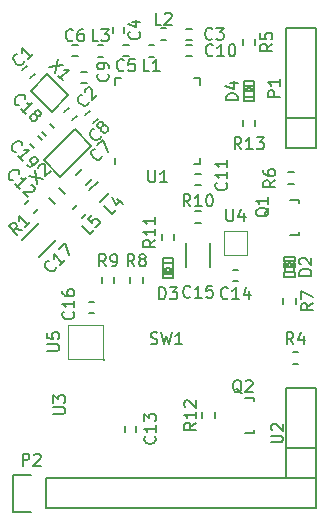
<source format=gbr>
G04 #@! TF.FileFunction,Legend,Top*
%FSLAX46Y46*%
G04 Gerber Fmt 4.6, Leading zero omitted, Abs format (unit mm)*
G04 Created by KiCad (PCBNEW 0.201503090816+5484~22~ubuntu14.04.1-product) date Sat 30 May 2015 20:17:53 BST*
%MOMM*%
G01*
G04 APERTURE LIST*
%ADD10C,0.100000*%
%ADD11C,0.150000*%
%ADD12C,0.050000*%
G04 APERTURE END LIST*
D10*
D11*
X134525099Y-88015652D02*
X134878652Y-87662099D01*
X134206901Y-86990348D02*
X133853348Y-87343901D01*
X137762901Y-90546348D02*
X137409348Y-90899901D01*
X138081099Y-91571652D02*
X138434652Y-91218099D01*
X148205000Y-83853000D02*
X147705000Y-83853000D01*
X147705000Y-84803000D02*
X148205000Y-84803000D01*
X141511000Y-83697000D02*
X141511000Y-84197000D01*
X142461000Y-84197000D02*
X142461000Y-83697000D01*
X142371000Y-86200000D02*
X142871000Y-86200000D01*
X142871000Y-85250000D02*
X142371000Y-85250000D01*
X138053000Y-86200000D02*
X138553000Y-86200000D01*
X138553000Y-85250000D02*
X138053000Y-85250000D01*
X139859099Y-91825652D02*
X140212652Y-91472099D01*
X139540901Y-90800348D02*
X139187348Y-91153901D01*
X138815000Y-88486000D02*
X139315000Y-88486000D01*
X139315000Y-87536000D02*
X138815000Y-87536000D01*
X147705000Y-86200000D02*
X148205000Y-86200000D01*
X148205000Y-85250000D02*
X147705000Y-85250000D01*
X148967000Y-96172000D02*
X148467000Y-96172000D01*
X148467000Y-97122000D02*
X148967000Y-97122000D01*
X143477000Y-117979000D02*
X143477000Y-117479000D01*
X142527000Y-117479000D02*
X142527000Y-117979000D01*
X152142000Y-104300000D02*
X151642000Y-104300000D01*
X151642000Y-105250000D02*
X152142000Y-105250000D01*
X147692000Y-101997000D02*
X147692000Y-103997000D01*
X149742000Y-103997000D02*
X149742000Y-101997000D01*
X139950000Y-106967000D02*
X139450000Y-106967000D01*
X139450000Y-107917000D02*
X139950000Y-107917000D01*
X136529652Y-92296901D02*
X136176099Y-91943348D01*
X135504348Y-92615099D02*
X135857901Y-92968652D01*
X135513652Y-93312901D02*
X135160099Y-92959348D01*
X134488348Y-93631099D02*
X134841901Y-93984652D01*
X156014420Y-103563420D02*
X156913580Y-103563420D01*
X156913580Y-103563420D02*
X156913580Y-103164640D01*
X156014420Y-103164640D02*
X156913580Y-103164640D01*
X156014420Y-103563420D02*
X156014420Y-103164640D01*
X156014420Y-104861360D02*
X156913580Y-104861360D01*
X156913580Y-104861360D02*
X156913580Y-104462580D01*
X156014420Y-104462580D02*
X156913580Y-104462580D01*
X156014420Y-104861360D02*
X156014420Y-104462580D01*
X156014420Y-104013000D02*
X156164280Y-104013000D01*
X156164280Y-104013000D02*
X156164280Y-103713280D01*
X156014420Y-103713280D02*
X156164280Y-103713280D01*
X156014420Y-104013000D02*
X156014420Y-103713280D01*
X156763720Y-104013000D02*
X156913580Y-104013000D01*
X156913580Y-104013000D02*
X156913580Y-103713280D01*
X156763720Y-103713280D02*
X156913580Y-103713280D01*
X156763720Y-104013000D02*
X156763720Y-103713280D01*
X156314140Y-104013000D02*
X156613860Y-104013000D01*
X156613860Y-104013000D02*
X156613860Y-103713280D01*
X156314140Y-103713280D02*
X156613860Y-103713280D01*
X156314140Y-104013000D02*
X156314140Y-103713280D01*
X156065220Y-103563420D02*
X156065220Y-104462580D01*
X156862780Y-103563420D02*
X156862780Y-104462580D01*
X146626580Y-104589580D02*
X145727420Y-104589580D01*
X145727420Y-104589580D02*
X145727420Y-104988360D01*
X146626580Y-104988360D02*
X145727420Y-104988360D01*
X146626580Y-104589580D02*
X146626580Y-104988360D01*
X146626580Y-103291640D02*
X145727420Y-103291640D01*
X145727420Y-103291640D02*
X145727420Y-103690420D01*
X146626580Y-103690420D02*
X145727420Y-103690420D01*
X146626580Y-103291640D02*
X146626580Y-103690420D01*
X146626580Y-104140000D02*
X146476720Y-104140000D01*
X146476720Y-104140000D02*
X146476720Y-104439720D01*
X146626580Y-104439720D02*
X146476720Y-104439720D01*
X146626580Y-104140000D02*
X146626580Y-104439720D01*
X145877280Y-104140000D02*
X145727420Y-104140000D01*
X145727420Y-104140000D02*
X145727420Y-104439720D01*
X145877280Y-104439720D02*
X145727420Y-104439720D01*
X145877280Y-104140000D02*
X145877280Y-104439720D01*
X146326860Y-104140000D02*
X146027140Y-104140000D01*
X146027140Y-104140000D02*
X146027140Y-104439720D01*
X146326860Y-104439720D02*
X146027140Y-104439720D01*
X146326860Y-104140000D02*
X146326860Y-104439720D01*
X146575780Y-104589580D02*
X146575780Y-103690420D01*
X145778220Y-104589580D02*
X145778220Y-103690420D01*
X152585420Y-88704420D02*
X153484580Y-88704420D01*
X153484580Y-88704420D02*
X153484580Y-88305640D01*
X152585420Y-88305640D02*
X153484580Y-88305640D01*
X152585420Y-88704420D02*
X152585420Y-88305640D01*
X152585420Y-90002360D02*
X153484580Y-90002360D01*
X153484580Y-90002360D02*
X153484580Y-89603580D01*
X152585420Y-89603580D02*
X153484580Y-89603580D01*
X152585420Y-90002360D02*
X152585420Y-89603580D01*
X152585420Y-89154000D02*
X152735280Y-89154000D01*
X152735280Y-89154000D02*
X152735280Y-88854280D01*
X152585420Y-88854280D02*
X152735280Y-88854280D01*
X152585420Y-89154000D02*
X152585420Y-88854280D01*
X153334720Y-89154000D02*
X153484580Y-89154000D01*
X153484580Y-89154000D02*
X153484580Y-88854280D01*
X153334720Y-88854280D02*
X153484580Y-88854280D01*
X153334720Y-89154000D02*
X153334720Y-88854280D01*
X152885140Y-89154000D02*
X153184860Y-89154000D01*
X153184860Y-89154000D02*
X153184860Y-88854280D01*
X152885140Y-88854280D02*
X153184860Y-88854280D01*
X152885140Y-89154000D02*
X152885140Y-88854280D01*
X152636220Y-88704420D02*
X152636220Y-89603580D01*
X153433780Y-88704420D02*
X153433780Y-89603580D01*
X158750000Y-91440000D02*
X158750000Y-83820000D01*
X156210000Y-91440000D02*
X156210000Y-83820000D01*
X156210000Y-93980000D02*
X156210000Y-91440000D01*
X158750000Y-83820000D02*
X156210000Y-83820000D01*
X156210000Y-91440000D02*
X158750000Y-91440000D01*
X156210000Y-93980000D02*
X158750000Y-93980000D01*
X158750000Y-93980000D02*
X158750000Y-91440000D01*
X134814454Y-99481008D02*
X135168008Y-99127454D01*
X134425546Y-98384992D02*
X134071992Y-98738546D01*
X156722000Y-112285000D02*
X157222000Y-112285000D01*
X157222000Y-111235000D02*
X156722000Y-111235000D01*
X153560000Y-85213000D02*
X153560000Y-84713000D01*
X152510000Y-84713000D02*
X152510000Y-85213000D01*
X156841000Y-95995000D02*
X156341000Y-95995000D01*
X156341000Y-97045000D02*
X156841000Y-97045000D01*
X155939000Y-106684000D02*
X155939000Y-107184000D01*
X156989000Y-107184000D02*
X156989000Y-106684000D01*
X142985000Y-104906000D02*
X142985000Y-105406000D01*
X144035000Y-105406000D02*
X144035000Y-104906000D01*
X140572000Y-104906000D02*
X140572000Y-105406000D01*
X141622000Y-105406000D02*
X141622000Y-104906000D01*
X148967000Y-99297000D02*
X148467000Y-99297000D01*
X148467000Y-100347000D02*
X148967000Y-100347000D01*
X146702000Y-101723000D02*
X146702000Y-101223000D01*
X145652000Y-101223000D02*
X145652000Y-101723000D01*
X150131000Y-116836000D02*
X150131000Y-116336000D01*
X149081000Y-116336000D02*
X149081000Y-116836000D01*
X152510000Y-91571000D02*
X152510000Y-92071000D01*
X153560000Y-92071000D02*
X153560000Y-91571000D01*
X141663000Y-88069000D02*
X142188000Y-88069000D01*
X148913000Y-95319000D02*
X148388000Y-95319000D01*
X148913000Y-88069000D02*
X148388000Y-88069000D01*
X141663000Y-95319000D02*
X141663000Y-94794000D01*
X148913000Y-95319000D02*
X148913000Y-94794000D01*
X148913000Y-88069000D02*
X148913000Y-88594000D01*
X141663000Y-88069000D02*
X141663000Y-88594000D01*
X158750000Y-119380000D02*
X158750000Y-114300000D01*
X158750000Y-114300000D02*
X156210000Y-114300000D01*
X156210000Y-114300000D02*
X156210000Y-119380000D01*
X156210000Y-121920000D02*
X156210000Y-119380000D01*
X156210000Y-119380000D02*
X158750000Y-119380000D01*
X156210000Y-121920000D02*
X158750000Y-121920000D01*
X158750000Y-121920000D02*
X158750000Y-119380000D01*
D12*
X153042000Y-100881000D02*
G75*
G03X153042000Y-100881000I-50000J0D01*
G01*
X152892000Y-100981000D02*
X152892000Y-102981000D01*
X152892000Y-102981000D02*
X150892000Y-102981000D01*
X150892000Y-102981000D02*
X150892000Y-100981000D01*
X150892000Y-100981000D02*
X152892000Y-100981000D01*
X140812711Y-111913000D02*
G75*
G03X140812711Y-111913000I-70711J0D01*
G01*
X137742000Y-111813000D02*
X137742000Y-108913000D01*
X137742000Y-108913000D02*
X140642000Y-108913000D01*
X140642000Y-108913000D02*
X140642000Y-111813000D01*
X140642000Y-111813000D02*
X137742000Y-111813000D01*
D11*
X134553010Y-89104223D02*
X136320777Y-90871990D01*
X136320777Y-90871990D02*
X137734990Y-89457777D01*
X137734990Y-89457777D02*
X135967223Y-87690010D01*
X135967223Y-87690010D02*
X134553010Y-89104223D01*
X139683254Y-93759959D02*
X137066959Y-96376254D01*
X137066959Y-96376254D02*
X135652746Y-94962041D01*
X135652746Y-94962041D02*
X138269041Y-92345746D01*
X138269041Y-92345746D02*
X139683254Y-93759959D01*
X135272678Y-103158891D02*
X136686891Y-101744678D01*
X135237322Y-100295109D02*
X133823109Y-101709322D01*
X157241240Y-101121160D02*
X157241240Y-101072900D01*
X156540200Y-98322180D02*
X157241240Y-98322180D01*
X157241240Y-98322180D02*
X157241240Y-98571100D01*
X157241240Y-101121160D02*
X157241240Y-101321820D01*
X157241240Y-101321820D02*
X156540200Y-101321820D01*
X153431240Y-117885160D02*
X153431240Y-117836900D01*
X152730200Y-115086180D02*
X153431240Y-115086180D01*
X153431240Y-115086180D02*
X153431240Y-115335100D01*
X153431240Y-117885160D02*
X153431240Y-118085820D01*
X153431240Y-118085820D02*
X152730200Y-118085820D01*
X139736751Y-96569777D02*
X139241777Y-97064751D01*
X138393249Y-96216223D02*
X138888223Y-95721249D01*
X136602223Y-98715751D02*
X136107249Y-98220777D01*
X136955777Y-97372249D02*
X137450751Y-97867223D01*
X145030000Y-85200000D02*
X144530000Y-85200000D01*
X144530000Y-86250000D02*
X145030000Y-86250000D01*
X146046000Y-83803000D02*
X145546000Y-83803000D01*
X145546000Y-84853000D02*
X146046000Y-84853000D01*
X140212000Y-86250000D02*
X140712000Y-86250000D01*
X140712000Y-85200000D02*
X140212000Y-85200000D01*
X139504150Y-97539256D02*
X140211256Y-96832150D01*
X141165850Y-97786744D02*
X140458744Y-98493850D01*
X138878454Y-99862008D02*
X139232008Y-99508454D01*
X138489546Y-98765992D02*
X138135992Y-99119546D01*
X135890000Y-121920000D02*
X158750000Y-121920000D01*
X158750000Y-121920000D02*
X158750000Y-124460000D01*
X158750000Y-124460000D02*
X135890000Y-124460000D01*
X133070000Y-121640000D02*
X134620000Y-121640000D01*
X135890000Y-121920000D02*
X135890000Y-124460000D01*
X134620000Y-124740000D02*
X133070000Y-124740000D01*
X133070000Y-124740000D02*
X133070000Y-121640000D01*
X133992688Y-86603389D02*
X133992688Y-86670732D01*
X133925344Y-86805419D01*
X133858001Y-86872763D01*
X133723313Y-86940107D01*
X133588626Y-86940107D01*
X133487611Y-86906435D01*
X133319253Y-86805420D01*
X133218237Y-86704404D01*
X133117222Y-86536045D01*
X133083550Y-86435030D01*
X133083550Y-86300343D01*
X133150894Y-86165656D01*
X133218237Y-86098312D01*
X133352924Y-86030969D01*
X133420268Y-86030969D01*
X134733466Y-85997297D02*
X134329405Y-86401359D01*
X134531435Y-86199328D02*
X133824328Y-85492222D01*
X133858000Y-85660580D01*
X133858000Y-85795267D01*
X133824328Y-85896282D01*
X139453688Y-90032389D02*
X139453688Y-90099732D01*
X139386344Y-90234419D01*
X139319001Y-90301763D01*
X139184313Y-90369107D01*
X139049626Y-90369107D01*
X138948611Y-90335435D01*
X138780253Y-90234420D01*
X138679237Y-90133404D01*
X138578222Y-89965045D01*
X138544550Y-89864030D01*
X138544550Y-89729343D01*
X138611894Y-89594656D01*
X138679237Y-89527312D01*
X138813924Y-89459969D01*
X138881268Y-89459969D01*
X139150641Y-89190595D02*
X139150641Y-89123252D01*
X139184313Y-89022237D01*
X139352672Y-88853877D01*
X139453688Y-88820206D01*
X139521031Y-88820206D01*
X139622046Y-88853877D01*
X139689390Y-88921221D01*
X139756733Y-89055908D01*
X139756733Y-89864030D01*
X140194466Y-89426297D01*
X149947334Y-84685143D02*
X149899715Y-84732762D01*
X149756858Y-84780381D01*
X149661620Y-84780381D01*
X149518762Y-84732762D01*
X149423524Y-84637524D01*
X149375905Y-84542286D01*
X149328286Y-84351810D01*
X149328286Y-84208952D01*
X149375905Y-84018476D01*
X149423524Y-83923238D01*
X149518762Y-83828000D01*
X149661620Y-83780381D01*
X149756858Y-83780381D01*
X149899715Y-83828000D01*
X149947334Y-83875619D01*
X150280667Y-83780381D02*
X150899715Y-83780381D01*
X150566381Y-84161333D01*
X150709239Y-84161333D01*
X150804477Y-84208952D01*
X150852096Y-84256571D01*
X150899715Y-84351810D01*
X150899715Y-84589905D01*
X150852096Y-84685143D01*
X150804477Y-84732762D01*
X150709239Y-84780381D01*
X150423524Y-84780381D01*
X150328286Y-84732762D01*
X150280667Y-84685143D01*
X143740143Y-84113666D02*
X143787762Y-84161285D01*
X143835381Y-84304142D01*
X143835381Y-84399380D01*
X143787762Y-84542238D01*
X143692524Y-84637476D01*
X143597286Y-84685095D01*
X143406810Y-84732714D01*
X143263952Y-84732714D01*
X143073476Y-84685095D01*
X142978238Y-84637476D01*
X142883000Y-84542238D01*
X142835381Y-84399380D01*
X142835381Y-84304142D01*
X142883000Y-84161285D01*
X142930619Y-84113666D01*
X143168714Y-83256523D02*
X143835381Y-83256523D01*
X142787762Y-83494619D02*
X143502048Y-83732714D01*
X143502048Y-83113666D01*
X142454334Y-87352143D02*
X142406715Y-87399762D01*
X142263858Y-87447381D01*
X142168620Y-87447381D01*
X142025762Y-87399762D01*
X141930524Y-87304524D01*
X141882905Y-87209286D01*
X141835286Y-87018810D01*
X141835286Y-86875952D01*
X141882905Y-86685476D01*
X141930524Y-86590238D01*
X142025762Y-86495000D01*
X142168620Y-86447381D01*
X142263858Y-86447381D01*
X142406715Y-86495000D01*
X142454334Y-86542619D01*
X143359096Y-86447381D02*
X142882905Y-86447381D01*
X142835286Y-86923571D01*
X142882905Y-86875952D01*
X142978143Y-86828333D01*
X143216239Y-86828333D01*
X143311477Y-86875952D01*
X143359096Y-86923571D01*
X143406715Y-87018810D01*
X143406715Y-87256905D01*
X143359096Y-87352143D01*
X143311477Y-87399762D01*
X143216239Y-87447381D01*
X142978143Y-87447381D01*
X142882905Y-87399762D01*
X142835286Y-87352143D01*
X138136334Y-84812143D02*
X138088715Y-84859762D01*
X137945858Y-84907381D01*
X137850620Y-84907381D01*
X137707762Y-84859762D01*
X137612524Y-84764524D01*
X137564905Y-84669286D01*
X137517286Y-84478810D01*
X137517286Y-84335952D01*
X137564905Y-84145476D01*
X137612524Y-84050238D01*
X137707762Y-83955000D01*
X137850620Y-83907381D01*
X137945858Y-83907381D01*
X138088715Y-83955000D01*
X138136334Y-84002619D01*
X138993477Y-83907381D02*
X138803000Y-83907381D01*
X138707762Y-83955000D01*
X138660143Y-84002619D01*
X138564905Y-84145476D01*
X138517286Y-84335952D01*
X138517286Y-84716905D01*
X138564905Y-84812143D01*
X138612524Y-84859762D01*
X138707762Y-84907381D01*
X138898239Y-84907381D01*
X138993477Y-84859762D01*
X139041096Y-84812143D01*
X139088715Y-84716905D01*
X139088715Y-84478810D01*
X139041096Y-84383571D01*
X138993477Y-84335952D01*
X138898239Y-84288333D01*
X138707762Y-84288333D01*
X138612524Y-84335952D01*
X138564905Y-84383571D01*
X138517286Y-84478810D01*
X140469688Y-92953389D02*
X140469688Y-93020732D01*
X140402344Y-93155419D01*
X140335001Y-93222763D01*
X140200313Y-93290107D01*
X140065626Y-93290107D01*
X139964611Y-93256435D01*
X139796253Y-93155420D01*
X139695237Y-93054404D01*
X139594222Y-92886045D01*
X139560550Y-92785030D01*
X139560550Y-92650343D01*
X139627894Y-92515656D01*
X139695237Y-92448312D01*
X139829924Y-92380969D01*
X139897268Y-92380969D01*
X140537030Y-92212610D02*
X140436015Y-92246282D01*
X140368672Y-92246282D01*
X140267657Y-92212610D01*
X140233985Y-92178939D01*
X140200313Y-92077924D01*
X140200313Y-92010580D01*
X140233985Y-91909565D01*
X140368672Y-91774877D01*
X140469688Y-91741206D01*
X140537031Y-91741206D01*
X140638046Y-91774877D01*
X140671718Y-91808549D01*
X140705390Y-91909564D01*
X140705390Y-91976908D01*
X140671718Y-92077923D01*
X140537030Y-92212610D01*
X140503359Y-92313626D01*
X140503359Y-92380969D01*
X140537031Y-92481985D01*
X140671718Y-92616672D01*
X140772733Y-92650343D01*
X140840076Y-92650343D01*
X140941092Y-92616672D01*
X141075779Y-92481984D01*
X141109451Y-92380969D01*
X141109451Y-92313626D01*
X141075779Y-92212610D01*
X140941092Y-92077924D01*
X140840076Y-92044251D01*
X140772733Y-92044251D01*
X140671718Y-92077923D01*
X141073143Y-87669666D02*
X141120762Y-87717285D01*
X141168381Y-87860142D01*
X141168381Y-87955380D01*
X141120762Y-88098238D01*
X141025524Y-88193476D01*
X140930286Y-88241095D01*
X140739810Y-88288714D01*
X140596952Y-88288714D01*
X140406476Y-88241095D01*
X140311238Y-88193476D01*
X140216000Y-88098238D01*
X140168381Y-87955380D01*
X140168381Y-87860142D01*
X140216000Y-87717285D01*
X140263619Y-87669666D01*
X141168381Y-87193476D02*
X141168381Y-87003000D01*
X141120762Y-86907761D01*
X141073143Y-86860142D01*
X140930286Y-86764904D01*
X140739810Y-86717285D01*
X140358857Y-86717285D01*
X140263619Y-86764904D01*
X140216000Y-86812523D01*
X140168381Y-86907761D01*
X140168381Y-87098238D01*
X140216000Y-87193476D01*
X140263619Y-87241095D01*
X140358857Y-87288714D01*
X140596952Y-87288714D01*
X140692190Y-87241095D01*
X140739810Y-87193476D01*
X140787429Y-87098238D01*
X140787429Y-86907761D01*
X140739810Y-86812523D01*
X140692190Y-86764904D01*
X140596952Y-86717285D01*
X149979143Y-86082143D02*
X149931524Y-86129762D01*
X149788667Y-86177381D01*
X149693429Y-86177381D01*
X149550571Y-86129762D01*
X149455333Y-86034524D01*
X149407714Y-85939286D01*
X149360095Y-85748810D01*
X149360095Y-85605952D01*
X149407714Y-85415476D01*
X149455333Y-85320238D01*
X149550571Y-85225000D01*
X149693429Y-85177381D01*
X149788667Y-85177381D01*
X149931524Y-85225000D01*
X149979143Y-85272619D01*
X150931524Y-86177381D02*
X150360095Y-86177381D01*
X150645809Y-86177381D02*
X150645809Y-85177381D01*
X150550571Y-85320238D01*
X150455333Y-85415476D01*
X150360095Y-85463095D01*
X151550571Y-85177381D02*
X151645810Y-85177381D01*
X151741048Y-85225000D01*
X151788667Y-85272619D01*
X151836286Y-85367857D01*
X151883905Y-85558333D01*
X151883905Y-85796429D01*
X151836286Y-85986905D01*
X151788667Y-86082143D01*
X151741048Y-86129762D01*
X151645810Y-86177381D01*
X151550571Y-86177381D01*
X151455333Y-86129762D01*
X151407714Y-86082143D01*
X151360095Y-85986905D01*
X151312476Y-85796429D01*
X151312476Y-85558333D01*
X151360095Y-85367857D01*
X151407714Y-85272619D01*
X151455333Y-85225000D01*
X151550571Y-85177381D01*
X151106143Y-96908857D02*
X151153762Y-96956476D01*
X151201381Y-97099333D01*
X151201381Y-97194571D01*
X151153762Y-97337429D01*
X151058524Y-97432667D01*
X150963286Y-97480286D01*
X150772810Y-97527905D01*
X150629952Y-97527905D01*
X150439476Y-97480286D01*
X150344238Y-97432667D01*
X150249000Y-97337429D01*
X150201381Y-97194571D01*
X150201381Y-97099333D01*
X150249000Y-96956476D01*
X150296619Y-96908857D01*
X151201381Y-95956476D02*
X151201381Y-96527905D01*
X151201381Y-96242191D02*
X150201381Y-96242191D01*
X150344238Y-96337429D01*
X150439476Y-96432667D01*
X150487095Y-96527905D01*
X151201381Y-95004095D02*
X151201381Y-95575524D01*
X151201381Y-95289810D02*
X150201381Y-95289810D01*
X150344238Y-95385048D01*
X150439476Y-95480286D01*
X150487095Y-95575524D01*
X145059143Y-118371857D02*
X145106762Y-118419476D01*
X145154381Y-118562333D01*
X145154381Y-118657571D01*
X145106762Y-118800429D01*
X145011524Y-118895667D01*
X144916286Y-118943286D01*
X144725810Y-118990905D01*
X144582952Y-118990905D01*
X144392476Y-118943286D01*
X144297238Y-118895667D01*
X144202000Y-118800429D01*
X144154381Y-118657571D01*
X144154381Y-118562333D01*
X144202000Y-118419476D01*
X144249619Y-118371857D01*
X145154381Y-117419476D02*
X145154381Y-117990905D01*
X145154381Y-117705191D02*
X144154381Y-117705191D01*
X144297238Y-117800429D01*
X144392476Y-117895667D01*
X144440095Y-117990905D01*
X144154381Y-117086143D02*
X144154381Y-116467095D01*
X144535333Y-116800429D01*
X144535333Y-116657571D01*
X144582952Y-116562333D01*
X144630571Y-116514714D01*
X144725810Y-116467095D01*
X144963905Y-116467095D01*
X145059143Y-116514714D01*
X145106762Y-116562333D01*
X145154381Y-116657571D01*
X145154381Y-116943286D01*
X145106762Y-117038524D01*
X145059143Y-117086143D01*
X151249143Y-106656143D02*
X151201524Y-106703762D01*
X151058667Y-106751381D01*
X150963429Y-106751381D01*
X150820571Y-106703762D01*
X150725333Y-106608524D01*
X150677714Y-106513286D01*
X150630095Y-106322810D01*
X150630095Y-106179952D01*
X150677714Y-105989476D01*
X150725333Y-105894238D01*
X150820571Y-105799000D01*
X150963429Y-105751381D01*
X151058667Y-105751381D01*
X151201524Y-105799000D01*
X151249143Y-105846619D01*
X152201524Y-106751381D02*
X151630095Y-106751381D01*
X151915809Y-106751381D02*
X151915809Y-105751381D01*
X151820571Y-105894238D01*
X151725333Y-105989476D01*
X151630095Y-106037095D01*
X153058667Y-106084714D02*
X153058667Y-106751381D01*
X152820571Y-105703762D02*
X152582476Y-106418048D01*
X153201524Y-106418048D01*
X148074143Y-106529143D02*
X148026524Y-106576762D01*
X147883667Y-106624381D01*
X147788429Y-106624381D01*
X147645571Y-106576762D01*
X147550333Y-106481524D01*
X147502714Y-106386286D01*
X147455095Y-106195810D01*
X147455095Y-106052952D01*
X147502714Y-105862476D01*
X147550333Y-105767238D01*
X147645571Y-105672000D01*
X147788429Y-105624381D01*
X147883667Y-105624381D01*
X148026524Y-105672000D01*
X148074143Y-105719619D01*
X149026524Y-106624381D02*
X148455095Y-106624381D01*
X148740809Y-106624381D02*
X148740809Y-105624381D01*
X148645571Y-105767238D01*
X148550333Y-105862476D01*
X148455095Y-105910095D01*
X149931286Y-105624381D02*
X149455095Y-105624381D01*
X149407476Y-106100571D01*
X149455095Y-106052952D01*
X149550333Y-106005333D01*
X149788429Y-106005333D01*
X149883667Y-106052952D01*
X149931286Y-106100571D01*
X149978905Y-106195810D01*
X149978905Y-106433905D01*
X149931286Y-106529143D01*
X149883667Y-106576762D01*
X149788429Y-106624381D01*
X149550333Y-106624381D01*
X149455095Y-106576762D01*
X149407476Y-106529143D01*
X138152143Y-107830857D02*
X138199762Y-107878476D01*
X138247381Y-108021333D01*
X138247381Y-108116571D01*
X138199762Y-108259429D01*
X138104524Y-108354667D01*
X138009286Y-108402286D01*
X137818810Y-108449905D01*
X137675952Y-108449905D01*
X137485476Y-108402286D01*
X137390238Y-108354667D01*
X137295000Y-108259429D01*
X137247381Y-108116571D01*
X137247381Y-108021333D01*
X137295000Y-107878476D01*
X137342619Y-107830857D01*
X138247381Y-106878476D02*
X138247381Y-107449905D01*
X138247381Y-107164191D02*
X137247381Y-107164191D01*
X137390238Y-107259429D01*
X137485476Y-107354667D01*
X137533095Y-107449905D01*
X137247381Y-106021333D02*
X137247381Y-106211810D01*
X137295000Y-106307048D01*
X137342619Y-106354667D01*
X137485476Y-106449905D01*
X137675952Y-106497524D01*
X138056905Y-106497524D01*
X138152143Y-106449905D01*
X138199762Y-106402286D01*
X138247381Y-106307048D01*
X138247381Y-106116571D01*
X138199762Y-106021333D01*
X138152143Y-105973714D01*
X138056905Y-105926095D01*
X137818810Y-105926095D01*
X137723571Y-105973714D01*
X137675952Y-106021333D01*
X137628333Y-106116571D01*
X137628333Y-106307048D01*
X137675952Y-106402286D01*
X137723571Y-106449905D01*
X137818810Y-106497524D01*
X133531894Y-90348970D02*
X133464551Y-90348970D01*
X133329864Y-90281626D01*
X133262520Y-90214283D01*
X133195176Y-90079595D01*
X133195176Y-89944908D01*
X133228848Y-89843893D01*
X133329863Y-89675535D01*
X133430879Y-89574519D01*
X133599238Y-89473504D01*
X133700253Y-89439832D01*
X133834940Y-89439832D01*
X133969627Y-89507176D01*
X134036971Y-89574519D01*
X134104314Y-89709206D01*
X134104314Y-89776550D01*
X134137986Y-91089748D02*
X133733925Y-90685687D01*
X133935955Y-90887717D02*
X134643062Y-90180610D01*
X134474703Y-90214282D01*
X134340016Y-90214282D01*
X134239001Y-90180610D01*
X134946108Y-91089747D02*
X134912436Y-90988732D01*
X134912436Y-90921389D01*
X134946108Y-90820374D01*
X134979779Y-90786702D01*
X135080795Y-90753030D01*
X135148138Y-90753030D01*
X135249153Y-90786702D01*
X135383841Y-90921390D01*
X135417513Y-91022405D01*
X135417513Y-91089748D01*
X135383841Y-91190763D01*
X135350169Y-91224435D01*
X135249154Y-91258107D01*
X135181811Y-91258107D01*
X135080795Y-91224435D01*
X134946108Y-91089747D01*
X134845093Y-91056076D01*
X134777749Y-91056076D01*
X134676733Y-91089748D01*
X134542046Y-91224435D01*
X134508375Y-91325450D01*
X134508375Y-91392794D01*
X134542046Y-91493809D01*
X134676734Y-91628496D01*
X134777749Y-91662168D01*
X134845093Y-91662168D01*
X134946108Y-91628496D01*
X135080795Y-91493810D01*
X135114467Y-91392794D01*
X135114467Y-91325450D01*
X135080795Y-91224435D01*
X133277893Y-94285970D02*
X133210550Y-94285970D01*
X133075863Y-94218626D01*
X133008519Y-94151283D01*
X132941175Y-94016595D01*
X132941175Y-93881908D01*
X132974847Y-93780893D01*
X133075862Y-93612535D01*
X133176878Y-93511519D01*
X133345237Y-93410504D01*
X133446252Y-93376832D01*
X133580939Y-93376832D01*
X133715626Y-93444176D01*
X133782970Y-93511519D01*
X133850313Y-93646206D01*
X133850313Y-93713550D01*
X133883985Y-95026748D02*
X133479924Y-94622687D01*
X133681954Y-94824717D02*
X134389061Y-94117610D01*
X134220702Y-94151282D01*
X134086015Y-94151282D01*
X133985000Y-94117610D01*
X134220702Y-95363465D02*
X134355389Y-95498152D01*
X134456405Y-95531825D01*
X134523748Y-95531825D01*
X134692107Y-95498153D01*
X134860465Y-95397138D01*
X135129840Y-95127763D01*
X135163512Y-95026748D01*
X135163512Y-94959405D01*
X135129840Y-94858390D01*
X134995152Y-94723702D01*
X134894137Y-94690030D01*
X134826794Y-94690030D01*
X134725778Y-94723702D01*
X134557420Y-94892061D01*
X134523748Y-94993076D01*
X134523747Y-95060420D01*
X134557419Y-95161435D01*
X134692107Y-95296123D01*
X134793122Y-95329794D01*
X134860466Y-95329794D01*
X134961481Y-95296122D01*
X158313381Y-104751095D02*
X157313381Y-104751095D01*
X157313381Y-104513000D01*
X157361000Y-104370142D01*
X157456238Y-104274904D01*
X157551476Y-104227285D01*
X157741952Y-104179666D01*
X157884810Y-104179666D01*
X158075286Y-104227285D01*
X158170524Y-104274904D01*
X158265762Y-104370142D01*
X158313381Y-104513000D01*
X158313381Y-104751095D01*
X157408619Y-103798714D02*
X157361000Y-103751095D01*
X157313381Y-103655857D01*
X157313381Y-103417761D01*
X157361000Y-103322523D01*
X157408619Y-103274904D01*
X157503857Y-103227285D01*
X157599095Y-103227285D01*
X157741952Y-103274904D01*
X158313381Y-103846333D01*
X158313381Y-103227285D01*
X145438905Y-106751381D02*
X145438905Y-105751381D01*
X145677000Y-105751381D01*
X145819858Y-105799000D01*
X145915096Y-105894238D01*
X145962715Y-105989476D01*
X146010334Y-106179952D01*
X146010334Y-106322810D01*
X145962715Y-106513286D01*
X145915096Y-106608524D01*
X145819858Y-106703762D01*
X145677000Y-106751381D01*
X145438905Y-106751381D01*
X146343667Y-105751381D02*
X146962715Y-105751381D01*
X146629381Y-106132333D01*
X146772239Y-106132333D01*
X146867477Y-106179952D01*
X146915096Y-106227571D01*
X146962715Y-106322810D01*
X146962715Y-106560905D01*
X146915096Y-106656143D01*
X146867477Y-106703762D01*
X146772239Y-106751381D01*
X146486524Y-106751381D01*
X146391286Y-106703762D01*
X146343667Y-106656143D01*
X152090381Y-89892095D02*
X151090381Y-89892095D01*
X151090381Y-89654000D01*
X151138000Y-89511142D01*
X151233238Y-89415904D01*
X151328476Y-89368285D01*
X151518952Y-89320666D01*
X151661810Y-89320666D01*
X151852286Y-89368285D01*
X151947524Y-89415904D01*
X152042762Y-89511142D01*
X152090381Y-89654000D01*
X152090381Y-89892095D01*
X151423714Y-88463523D02*
X152090381Y-88463523D01*
X151042762Y-88701619D02*
X151757048Y-88939714D01*
X151757048Y-88320666D01*
X155646381Y-89638095D02*
X154646381Y-89638095D01*
X154646381Y-89257142D01*
X154694000Y-89161904D01*
X154741619Y-89114285D01*
X154836857Y-89066666D01*
X154979714Y-89066666D01*
X155074952Y-89114285D01*
X155122571Y-89161904D01*
X155170190Y-89257142D01*
X155170190Y-89638095D01*
X155646381Y-88114285D02*
X155646381Y-88685714D01*
X155646381Y-88400000D02*
X154646381Y-88400000D01*
X154789238Y-88495238D01*
X154884476Y-88590476D01*
X154932095Y-88685714D01*
X133806031Y-100894732D02*
X133233610Y-100793717D01*
X133401970Y-101298794D02*
X132694863Y-100591687D01*
X132964237Y-100322312D01*
X133065253Y-100288641D01*
X133132596Y-100288641D01*
X133233611Y-100322312D01*
X133334626Y-100423328D01*
X133368298Y-100524343D01*
X133368298Y-100591686D01*
X133334626Y-100692701D01*
X133065252Y-100962076D01*
X134479466Y-100221297D02*
X134075405Y-100625359D01*
X134277435Y-100423328D02*
X133570328Y-99716222D01*
X133604000Y-99884580D01*
X133604000Y-100019267D01*
X133570328Y-100120282D01*
X156805334Y-110561381D02*
X156472000Y-110085190D01*
X156233905Y-110561381D02*
X156233905Y-109561381D01*
X156614858Y-109561381D01*
X156710096Y-109609000D01*
X156757715Y-109656619D01*
X156805334Y-109751857D01*
X156805334Y-109894714D01*
X156757715Y-109989952D01*
X156710096Y-110037571D01*
X156614858Y-110085190D01*
X156233905Y-110085190D01*
X157662477Y-109894714D02*
X157662477Y-110561381D01*
X157424381Y-109513762D02*
X157186286Y-110228048D01*
X157805334Y-110228048D01*
X155011381Y-85129666D02*
X154535190Y-85463000D01*
X155011381Y-85701095D02*
X154011381Y-85701095D01*
X154011381Y-85320142D01*
X154059000Y-85224904D01*
X154106619Y-85177285D01*
X154201857Y-85129666D01*
X154344714Y-85129666D01*
X154439952Y-85177285D01*
X154487571Y-85224904D01*
X154535190Y-85320142D01*
X154535190Y-85701095D01*
X154011381Y-84224904D02*
X154011381Y-84701095D01*
X154487571Y-84748714D01*
X154439952Y-84701095D01*
X154392333Y-84605857D01*
X154392333Y-84367761D01*
X154439952Y-84272523D01*
X154487571Y-84224904D01*
X154582810Y-84177285D01*
X154820905Y-84177285D01*
X154916143Y-84224904D01*
X154963762Y-84272523D01*
X155011381Y-84367761D01*
X155011381Y-84605857D01*
X154963762Y-84701095D01*
X154916143Y-84748714D01*
X155265381Y-96686666D02*
X154789190Y-97020000D01*
X155265381Y-97258095D02*
X154265381Y-97258095D01*
X154265381Y-96877142D01*
X154313000Y-96781904D01*
X154360619Y-96734285D01*
X154455857Y-96686666D01*
X154598714Y-96686666D01*
X154693952Y-96734285D01*
X154741571Y-96781904D01*
X154789190Y-96877142D01*
X154789190Y-97258095D01*
X154265381Y-95829523D02*
X154265381Y-96020000D01*
X154313000Y-96115238D01*
X154360619Y-96162857D01*
X154503476Y-96258095D01*
X154693952Y-96305714D01*
X155074905Y-96305714D01*
X155170143Y-96258095D01*
X155217762Y-96210476D01*
X155265381Y-96115238D01*
X155265381Y-95924761D01*
X155217762Y-95829523D01*
X155170143Y-95781904D01*
X155074905Y-95734285D01*
X154836810Y-95734285D01*
X154741571Y-95781904D01*
X154693952Y-95829523D01*
X154646333Y-95924761D01*
X154646333Y-96115238D01*
X154693952Y-96210476D01*
X154741571Y-96258095D01*
X154836810Y-96305714D01*
X158440381Y-107100666D02*
X157964190Y-107434000D01*
X158440381Y-107672095D02*
X157440381Y-107672095D01*
X157440381Y-107291142D01*
X157488000Y-107195904D01*
X157535619Y-107148285D01*
X157630857Y-107100666D01*
X157773714Y-107100666D01*
X157868952Y-107148285D01*
X157916571Y-107195904D01*
X157964190Y-107291142D01*
X157964190Y-107672095D01*
X157440381Y-106767333D02*
X157440381Y-106100666D01*
X158440381Y-106529238D01*
X143343334Y-103957381D02*
X143010000Y-103481190D01*
X142771905Y-103957381D02*
X142771905Y-102957381D01*
X143152858Y-102957381D01*
X143248096Y-103005000D01*
X143295715Y-103052619D01*
X143343334Y-103147857D01*
X143343334Y-103290714D01*
X143295715Y-103385952D01*
X143248096Y-103433571D01*
X143152858Y-103481190D01*
X142771905Y-103481190D01*
X143914762Y-103385952D02*
X143819524Y-103338333D01*
X143771905Y-103290714D01*
X143724286Y-103195476D01*
X143724286Y-103147857D01*
X143771905Y-103052619D01*
X143819524Y-103005000D01*
X143914762Y-102957381D01*
X144105239Y-102957381D01*
X144200477Y-103005000D01*
X144248096Y-103052619D01*
X144295715Y-103147857D01*
X144295715Y-103195476D01*
X144248096Y-103290714D01*
X144200477Y-103338333D01*
X144105239Y-103385952D01*
X143914762Y-103385952D01*
X143819524Y-103433571D01*
X143771905Y-103481190D01*
X143724286Y-103576429D01*
X143724286Y-103766905D01*
X143771905Y-103862143D01*
X143819524Y-103909762D01*
X143914762Y-103957381D01*
X144105239Y-103957381D01*
X144200477Y-103909762D01*
X144248096Y-103862143D01*
X144295715Y-103766905D01*
X144295715Y-103576429D01*
X144248096Y-103481190D01*
X144200477Y-103433571D01*
X144105239Y-103385952D01*
X140930334Y-103957381D02*
X140597000Y-103481190D01*
X140358905Y-103957381D02*
X140358905Y-102957381D01*
X140739858Y-102957381D01*
X140835096Y-103005000D01*
X140882715Y-103052619D01*
X140930334Y-103147857D01*
X140930334Y-103290714D01*
X140882715Y-103385952D01*
X140835096Y-103433571D01*
X140739858Y-103481190D01*
X140358905Y-103481190D01*
X141406524Y-103957381D02*
X141597000Y-103957381D01*
X141692239Y-103909762D01*
X141739858Y-103862143D01*
X141835096Y-103719286D01*
X141882715Y-103528810D01*
X141882715Y-103147857D01*
X141835096Y-103052619D01*
X141787477Y-103005000D01*
X141692239Y-102957381D01*
X141501762Y-102957381D01*
X141406524Y-103005000D01*
X141358905Y-103052619D01*
X141311286Y-103147857D01*
X141311286Y-103385952D01*
X141358905Y-103481190D01*
X141406524Y-103528810D01*
X141501762Y-103576429D01*
X141692239Y-103576429D01*
X141787477Y-103528810D01*
X141835096Y-103481190D01*
X141882715Y-103385952D01*
X148074143Y-98877381D02*
X147740809Y-98401190D01*
X147502714Y-98877381D02*
X147502714Y-97877381D01*
X147883667Y-97877381D01*
X147978905Y-97925000D01*
X148026524Y-97972619D01*
X148074143Y-98067857D01*
X148074143Y-98210714D01*
X148026524Y-98305952D01*
X147978905Y-98353571D01*
X147883667Y-98401190D01*
X147502714Y-98401190D01*
X149026524Y-98877381D02*
X148455095Y-98877381D01*
X148740809Y-98877381D02*
X148740809Y-97877381D01*
X148645571Y-98020238D01*
X148550333Y-98115476D01*
X148455095Y-98163095D01*
X149645571Y-97877381D02*
X149740810Y-97877381D01*
X149836048Y-97925000D01*
X149883667Y-97972619D01*
X149931286Y-98067857D01*
X149978905Y-98258333D01*
X149978905Y-98496429D01*
X149931286Y-98686905D01*
X149883667Y-98782143D01*
X149836048Y-98829762D01*
X149740810Y-98877381D01*
X149645571Y-98877381D01*
X149550333Y-98829762D01*
X149502714Y-98782143D01*
X149455095Y-98686905D01*
X149407476Y-98496429D01*
X149407476Y-98258333D01*
X149455095Y-98067857D01*
X149502714Y-97972619D01*
X149550333Y-97925000D01*
X149645571Y-97877381D01*
X145105381Y-101734857D02*
X144629190Y-102068191D01*
X145105381Y-102306286D02*
X144105381Y-102306286D01*
X144105381Y-101925333D01*
X144153000Y-101830095D01*
X144200619Y-101782476D01*
X144295857Y-101734857D01*
X144438714Y-101734857D01*
X144533952Y-101782476D01*
X144581571Y-101830095D01*
X144629190Y-101925333D01*
X144629190Y-102306286D01*
X145105381Y-100782476D02*
X145105381Y-101353905D01*
X145105381Y-101068191D02*
X144105381Y-101068191D01*
X144248238Y-101163429D01*
X144343476Y-101258667D01*
X144391095Y-101353905D01*
X145105381Y-99830095D02*
X145105381Y-100401524D01*
X145105381Y-100115810D02*
X144105381Y-100115810D01*
X144248238Y-100211048D01*
X144343476Y-100306286D01*
X144391095Y-100401524D01*
X148534381Y-117228857D02*
X148058190Y-117562191D01*
X148534381Y-117800286D02*
X147534381Y-117800286D01*
X147534381Y-117419333D01*
X147582000Y-117324095D01*
X147629619Y-117276476D01*
X147724857Y-117228857D01*
X147867714Y-117228857D01*
X147962952Y-117276476D01*
X148010571Y-117324095D01*
X148058190Y-117419333D01*
X148058190Y-117800286D01*
X148534381Y-116276476D02*
X148534381Y-116847905D01*
X148534381Y-116562191D02*
X147534381Y-116562191D01*
X147677238Y-116657429D01*
X147772476Y-116752667D01*
X147820095Y-116847905D01*
X147629619Y-115895524D02*
X147582000Y-115847905D01*
X147534381Y-115752667D01*
X147534381Y-115514571D01*
X147582000Y-115419333D01*
X147629619Y-115371714D01*
X147724857Y-115324095D01*
X147820095Y-115324095D01*
X147962952Y-115371714D01*
X148534381Y-115943143D01*
X148534381Y-115324095D01*
X152392143Y-94051381D02*
X152058809Y-93575190D01*
X151820714Y-94051381D02*
X151820714Y-93051381D01*
X152201667Y-93051381D01*
X152296905Y-93099000D01*
X152344524Y-93146619D01*
X152392143Y-93241857D01*
X152392143Y-93384714D01*
X152344524Y-93479952D01*
X152296905Y-93527571D01*
X152201667Y-93575190D01*
X151820714Y-93575190D01*
X153344524Y-94051381D02*
X152773095Y-94051381D01*
X153058809Y-94051381D02*
X153058809Y-93051381D01*
X152963571Y-93194238D01*
X152868333Y-93289476D01*
X152773095Y-93337095D01*
X153677857Y-93051381D02*
X154296905Y-93051381D01*
X153963571Y-93432333D01*
X154106429Y-93432333D01*
X154201667Y-93479952D01*
X154249286Y-93527571D01*
X154296905Y-93622810D01*
X154296905Y-93860905D01*
X154249286Y-93956143D01*
X154201667Y-94003762D01*
X154106429Y-94051381D01*
X153820714Y-94051381D01*
X153725476Y-94003762D01*
X153677857Y-93956143D01*
X144716667Y-110513762D02*
X144859524Y-110561381D01*
X145097620Y-110561381D01*
X145192858Y-110513762D01*
X145240477Y-110466143D01*
X145288096Y-110370905D01*
X145288096Y-110275667D01*
X145240477Y-110180429D01*
X145192858Y-110132810D01*
X145097620Y-110085190D01*
X144907143Y-110037571D01*
X144811905Y-109989952D01*
X144764286Y-109942333D01*
X144716667Y-109847095D01*
X144716667Y-109751857D01*
X144764286Y-109656619D01*
X144811905Y-109609000D01*
X144907143Y-109561381D01*
X145145239Y-109561381D01*
X145288096Y-109609000D01*
X145621429Y-109561381D02*
X145859524Y-110561381D01*
X146050001Y-109847095D01*
X146240477Y-110561381D01*
X146478572Y-109561381D01*
X147383334Y-110561381D02*
X146811905Y-110561381D01*
X147097619Y-110561381D02*
X147097619Y-109561381D01*
X147002381Y-109704238D01*
X146907143Y-109799476D01*
X146811905Y-109847095D01*
X144526095Y-95845381D02*
X144526095Y-96654905D01*
X144573714Y-96750143D01*
X144621333Y-96797762D01*
X144716571Y-96845381D01*
X144907048Y-96845381D01*
X145002286Y-96797762D01*
X145049905Y-96750143D01*
X145097524Y-96654905D01*
X145097524Y-95845381D01*
X146097524Y-96845381D02*
X145526095Y-96845381D01*
X145811809Y-96845381D02*
X145811809Y-95845381D01*
X145716571Y-95988238D01*
X145621333Y-96083476D01*
X145526095Y-96131095D01*
X154900381Y-118871905D02*
X155709905Y-118871905D01*
X155805143Y-118824286D01*
X155852762Y-118776667D01*
X155900381Y-118681429D01*
X155900381Y-118490952D01*
X155852762Y-118395714D01*
X155805143Y-118348095D01*
X155709905Y-118300476D01*
X154900381Y-118300476D01*
X154995619Y-117871905D02*
X154948000Y-117824286D01*
X154900381Y-117729048D01*
X154900381Y-117490952D01*
X154948000Y-117395714D01*
X154995619Y-117348095D01*
X155090857Y-117300476D01*
X155186095Y-117300476D01*
X155328952Y-117348095D01*
X155900381Y-117919524D01*
X155900381Y-117300476D01*
X136485381Y-116458905D02*
X137294905Y-116458905D01*
X137390143Y-116411286D01*
X137437762Y-116363667D01*
X137485381Y-116268429D01*
X137485381Y-116077952D01*
X137437762Y-115982714D01*
X137390143Y-115935095D01*
X137294905Y-115887476D01*
X136485381Y-115887476D01*
X136485381Y-115506524D02*
X136485381Y-114887476D01*
X136866333Y-115220810D01*
X136866333Y-115077952D01*
X136913952Y-114982714D01*
X136961571Y-114935095D01*
X137056810Y-114887476D01*
X137294905Y-114887476D01*
X137390143Y-114935095D01*
X137437762Y-114982714D01*
X137485381Y-115077952D01*
X137485381Y-115363667D01*
X137437762Y-115458905D01*
X137390143Y-115506524D01*
X151130095Y-99147381D02*
X151130095Y-99956905D01*
X151177714Y-100052143D01*
X151225333Y-100099762D01*
X151320571Y-100147381D01*
X151511048Y-100147381D01*
X151606286Y-100099762D01*
X151653905Y-100052143D01*
X151701524Y-99956905D01*
X151701524Y-99147381D01*
X152606286Y-99480714D02*
X152606286Y-100147381D01*
X152368190Y-99099762D02*
X152130095Y-99814048D01*
X152749143Y-99814048D01*
X135977381Y-111124905D02*
X136786905Y-111124905D01*
X136882143Y-111077286D01*
X136929762Y-111029667D01*
X136977381Y-110934429D01*
X136977381Y-110743952D01*
X136929762Y-110648714D01*
X136882143Y-110601095D01*
X136786905Y-110553476D01*
X135977381Y-110553476D01*
X135977381Y-109601095D02*
X135977381Y-110077286D01*
X136453571Y-110124905D01*
X136405952Y-110077286D01*
X136358333Y-109982048D01*
X136358333Y-109743952D01*
X136405952Y-109648714D01*
X136453571Y-109601095D01*
X136548810Y-109553476D01*
X136786905Y-109553476D01*
X136882143Y-109601095D01*
X136929762Y-109648714D01*
X136977381Y-109743952D01*
X136977381Y-109982048D01*
X136929762Y-110077286D01*
X136882143Y-110124905D01*
X136847805Y-86416356D02*
X136612103Y-87594868D01*
X137319210Y-86887761D02*
X136140698Y-87123463D01*
X137251867Y-88234631D02*
X136847805Y-87830570D01*
X137049836Y-88032600D02*
X137756942Y-87325493D01*
X137588584Y-87359165D01*
X137453897Y-87359165D01*
X137352882Y-87325493D01*
X134422355Y-96324195D02*
X135600867Y-96559897D01*
X134893760Y-95852790D02*
X135129462Y-97031302D01*
X135196805Y-95684431D02*
X135196805Y-95617088D01*
X135230477Y-95516073D01*
X135398836Y-95347714D01*
X135499851Y-95314042D01*
X135567195Y-95314042D01*
X135668210Y-95347714D01*
X135735553Y-95415057D01*
X135802897Y-95549744D01*
X135802897Y-96357867D01*
X136240630Y-95920133D01*
X136679316Y-104060453D02*
X136679316Y-104127796D01*
X136611972Y-104262483D01*
X136544629Y-104329827D01*
X136409941Y-104397171D01*
X136275254Y-104397171D01*
X136174239Y-104363499D01*
X136005881Y-104262484D01*
X135904865Y-104161468D01*
X135803850Y-103993109D01*
X135770178Y-103892094D01*
X135770178Y-103757407D01*
X135837522Y-103622720D01*
X135904865Y-103555376D01*
X136039552Y-103488033D01*
X136106896Y-103488033D01*
X137420094Y-103454361D02*
X137016033Y-103858422D01*
X137218063Y-103656392D02*
X136510956Y-102949285D01*
X136544628Y-103117644D01*
X136544628Y-103252331D01*
X136510956Y-103353346D01*
X136948689Y-102511552D02*
X137420094Y-102040148D01*
X137824155Y-103050301D01*
X154725619Y-99028238D02*
X154678000Y-99123476D01*
X154582762Y-99218714D01*
X154439905Y-99361571D01*
X154392286Y-99456810D01*
X154392286Y-99552048D01*
X154630381Y-99504429D02*
X154582762Y-99599667D01*
X154487524Y-99694905D01*
X154297048Y-99742524D01*
X153963714Y-99742524D01*
X153773238Y-99694905D01*
X153678000Y-99599667D01*
X153630381Y-99504429D01*
X153630381Y-99313952D01*
X153678000Y-99218714D01*
X153773238Y-99123476D01*
X153963714Y-99075857D01*
X154297048Y-99075857D01*
X154487524Y-99123476D01*
X154582762Y-99218714D01*
X154630381Y-99313952D01*
X154630381Y-99504429D01*
X154630381Y-98123476D02*
X154630381Y-98694905D01*
X154630381Y-98409191D02*
X153630381Y-98409191D01*
X153773238Y-98504429D01*
X153868476Y-98599667D01*
X153916095Y-98694905D01*
X152431762Y-114720619D02*
X152336524Y-114673000D01*
X152241286Y-114577762D01*
X152098429Y-114434905D01*
X152003190Y-114387286D01*
X151907952Y-114387286D01*
X151955571Y-114625381D02*
X151860333Y-114577762D01*
X151765095Y-114482524D01*
X151717476Y-114292048D01*
X151717476Y-113958714D01*
X151765095Y-113768238D01*
X151860333Y-113673000D01*
X151955571Y-113625381D01*
X152146048Y-113625381D01*
X152241286Y-113673000D01*
X152336524Y-113768238D01*
X152384143Y-113958714D01*
X152384143Y-114292048D01*
X152336524Y-114482524D01*
X152241286Y-114577762D01*
X152146048Y-114625381D01*
X151955571Y-114625381D01*
X152765095Y-113720619D02*
X152812714Y-113673000D01*
X152907952Y-113625381D01*
X153146048Y-113625381D01*
X153241286Y-113673000D01*
X153288905Y-113720619D01*
X153336524Y-113815857D01*
X153336524Y-113911095D01*
X153288905Y-114053952D01*
X152717476Y-114625381D01*
X153336524Y-114625381D01*
X140596688Y-94604389D02*
X140596688Y-94671732D01*
X140529344Y-94806419D01*
X140462001Y-94873763D01*
X140327313Y-94941107D01*
X140192626Y-94941107D01*
X140091611Y-94907435D01*
X139923253Y-94806420D01*
X139822237Y-94705404D01*
X139721222Y-94537045D01*
X139687550Y-94436030D01*
X139687550Y-94301343D01*
X139754894Y-94166656D01*
X139822237Y-94099312D01*
X139956924Y-94031969D01*
X140024268Y-94031969D01*
X140192626Y-93728924D02*
X140664031Y-93257519D01*
X141068092Y-94267672D01*
X133023893Y-96698969D02*
X132956550Y-96698969D01*
X132821863Y-96631625D01*
X132754519Y-96564282D01*
X132687175Y-96429594D01*
X132687175Y-96294907D01*
X132720847Y-96193892D01*
X132821862Y-96025534D01*
X132922878Y-95924518D01*
X133091237Y-95823503D01*
X133192252Y-95789831D01*
X133326939Y-95789831D01*
X133461626Y-95857175D01*
X133528970Y-95924518D01*
X133596313Y-96059205D01*
X133596313Y-96126549D01*
X133629985Y-97439747D02*
X133225924Y-97035686D01*
X133427954Y-97237716D02*
X134135061Y-96530609D01*
X133966702Y-96564281D01*
X133832015Y-96564281D01*
X133731000Y-96530609D01*
X134539122Y-97069358D02*
X134606465Y-97069358D01*
X134707481Y-97103029D01*
X134875840Y-97271389D01*
X134909512Y-97372404D01*
X134909512Y-97439747D01*
X134875840Y-97540762D01*
X134808496Y-97608106D01*
X134673810Y-97675449D01*
X133865687Y-97675449D01*
X134303420Y-98113182D01*
X144613334Y-87447381D02*
X144137143Y-87447381D01*
X144137143Y-86447381D01*
X145470477Y-87447381D02*
X144899048Y-87447381D01*
X145184762Y-87447381D02*
X145184762Y-86447381D01*
X145089524Y-86590238D01*
X144994286Y-86685476D01*
X144899048Y-86733095D01*
X145629334Y-83510381D02*
X145153143Y-83510381D01*
X145153143Y-82510381D01*
X145915048Y-82605619D02*
X145962667Y-82558000D01*
X146057905Y-82510381D01*
X146296001Y-82510381D01*
X146391239Y-82558000D01*
X146438858Y-82605619D01*
X146486477Y-82700857D01*
X146486477Y-82796095D01*
X146438858Y-82938952D01*
X145867429Y-83510381D01*
X146486477Y-83510381D01*
X140295334Y-84907381D02*
X139819143Y-84907381D01*
X139819143Y-83907381D01*
X140533429Y-83907381D02*
X141152477Y-83907381D01*
X140819143Y-84288333D01*
X140962001Y-84288333D01*
X141057239Y-84335952D01*
X141104858Y-84383571D01*
X141152477Y-84478810D01*
X141152477Y-84716905D01*
X141104858Y-84812143D01*
X141057239Y-84859762D01*
X140962001Y-84907381D01*
X140676286Y-84907381D01*
X140581048Y-84859762D01*
X140533429Y-84812143D01*
X141807032Y-99243732D02*
X141470314Y-99580450D01*
X140763207Y-98873343D01*
X141874375Y-98233579D02*
X142345780Y-98704984D01*
X141436642Y-98132565D02*
X141773360Y-98806000D01*
X142211093Y-98368267D01*
X139902031Y-100894733D02*
X139565313Y-101231451D01*
X138858206Y-100524344D01*
X139767344Y-99615207D02*
X139430626Y-99951925D01*
X139733672Y-100322313D01*
X139733672Y-100254970D01*
X139767343Y-100153955D01*
X139935703Y-99985596D01*
X140036718Y-99951924D01*
X140104061Y-99951924D01*
X140205077Y-99985596D01*
X140373436Y-100153955D01*
X140407107Y-100254970D01*
X140407107Y-100322313D01*
X140373436Y-100423329D01*
X140205076Y-100591688D01*
X140104061Y-100625360D01*
X140036718Y-100625360D01*
X133881905Y-120848381D02*
X133881905Y-119848381D01*
X134262858Y-119848381D01*
X134358096Y-119896000D01*
X134405715Y-119943619D01*
X134453334Y-120038857D01*
X134453334Y-120181714D01*
X134405715Y-120276952D01*
X134358096Y-120324571D01*
X134262858Y-120372190D01*
X133881905Y-120372190D01*
X134834286Y-119943619D02*
X134881905Y-119896000D01*
X134977143Y-119848381D01*
X135215239Y-119848381D01*
X135310477Y-119896000D01*
X135358096Y-119943619D01*
X135405715Y-120038857D01*
X135405715Y-120134095D01*
X135358096Y-120276952D01*
X134786667Y-120848381D01*
X135405715Y-120848381D01*
M02*

</source>
